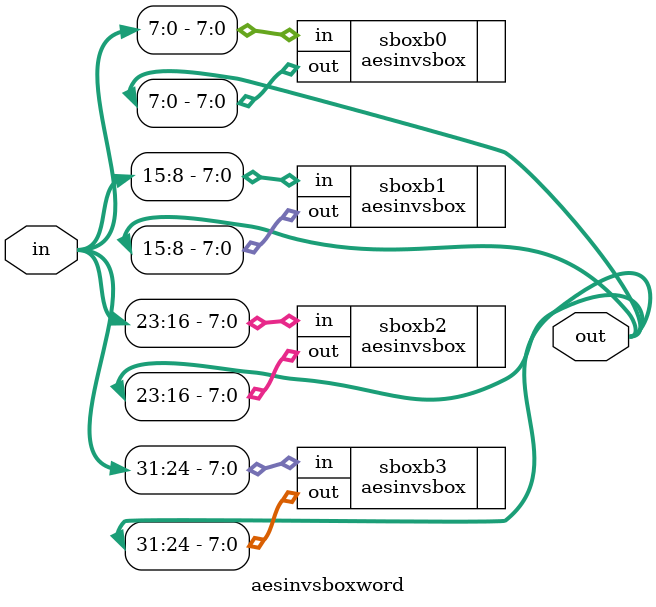
<source format=sv>

module aesinvsboxword(input logic [31:0] in, output logic [31:0] out);
   
   // Declare the SBOX for (least significant) byte 0 of the input
   aesinvsbox sboxb0(.in(in[7:0]), .out(out[7:0]));
   // Declare the SBOX for byte 1 of the input
   aesinvsbox sboxb1(.in(in[15:8]), .out(out[15:8]));
   // Declare the SBOX for byte 2 of the input
   aesinvsbox sboxb2(.in(in[23:16]), .out(out[23:16]));	
   // Declare the SBOX for byte 3 of the input	
   aesinvsbox sboxb3(.in(in[31:24]), .out(out[31:24]));   
endmodule

</source>
